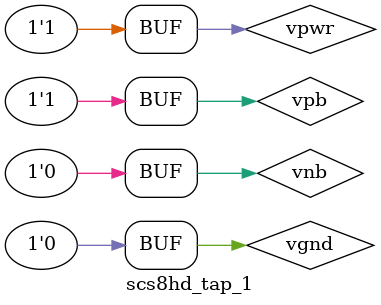
<source format=v>


`celldefine
`timescale 1ns / 1ps



module scs8hd_tap_1  (

`ifdef SC_USE_PG_PIN
input vpwr,
input vgnd,
input vpb,
input vnb
`endif

);

`ifdef functional
`else
`ifdef SC_USE_PG_PIN
`else
supply1 vpwr;
supply0 vgnd;
supply1 vpb;
supply0 vnb;
`endif
`endif


endmodule
`endcelldefine

</source>
